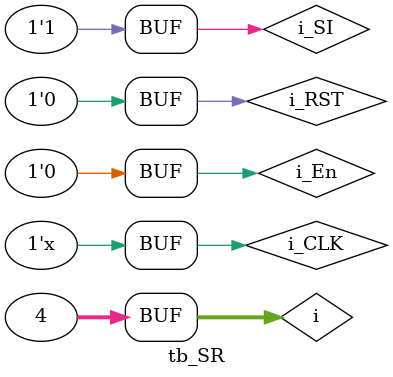
<source format=v>
`timescale 1ns / 1ps

module tb_SR;
	parameter WIDTH = 4;
	
	reg i_CLK;
	reg i_RST;
	reg i_En;	
	reg i_SI;
	wire [WIDTH-1:0] out;
	integer i;
	
	shift_register #(WIDTH) SR(
		.i_CLK(i_CLK),
		.i_RST(i_RST),
		.i_En(i_En),
		.i_SI(i_SI),
		.o_DATA(out)
	);
	
	always begin
		#5 i_CLK = ~i_CLK; 
	end
	
	initial
	begin
		i_CLK = 0;
		i_RST = 1;
		i_En = 0;
		i_SI = 0;
		#25;
		i_RST = 0;
		i_En = 1;
		for(i=0; i<WIDTH; i=i+1) begin
			i_SI = 1;
			#10;
		end
		i_En = 0;
		#20;
		i_En = 1;
		
		i_SI = 1;
		#10;
		i_SI = 0;
		#10;
		i_SI = 1;
		#10;
		i_SI = 0;
		#10;
		i_SI = 1;
		
		i_En = 0;
		
		i_SI = 1;
		#10;
		i_SI = 1;
		#10;
		i_SI = 0;
		#10;
		i_SI = 0;
		#10;
		i_SI = 0;
		#10;
		
		i_RST = 1;
		i_En = 1;
		i_SI = 1;
		#10;
		i_SI = 0;
		#10;
		i_SI = 0;
		#10;
		i_SI = 0;
		#10;
		i_RST = 0;
		i_SI = 1;
		i_En = 0;
		#20;

		
	end
endmodule
</source>
